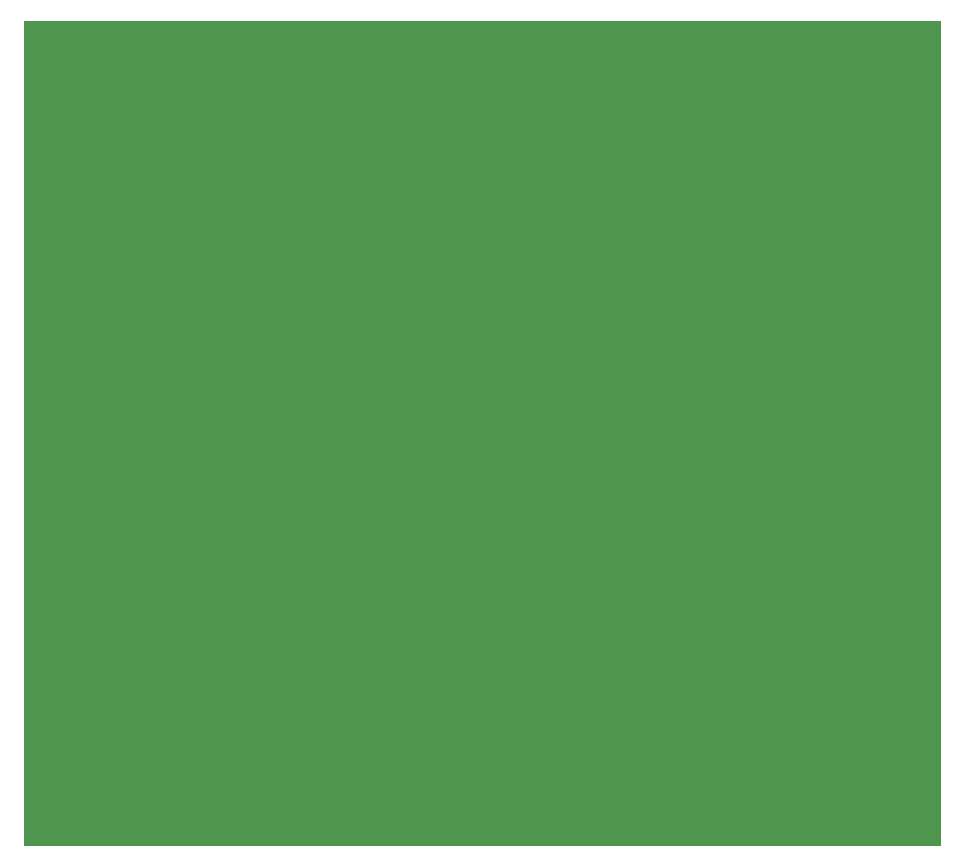
<source format=gts>
G04 #@! TF.GenerationSoftware,KiCad,Pcbnew,(7.0.0)*
G04 #@! TF.CreationDate,2023-04-09T22:54:19+02:00*
G04 #@! TF.ProjectId,kim-1-dual-6532-adapter,6b696d2d-312d-4647-9561-6c2d36353332,rev?*
G04 #@! TF.SameCoordinates,Original*
G04 #@! TF.FileFunction,Soldermask,Top*
G04 #@! TF.FilePolarity,Negative*
%FSLAX46Y46*%
G04 Gerber Fmt 4.6, Leading zero omitted, Abs format (unit mm)*
G04 Created by KiCad (PCBNEW (7.0.0)) date 2023-04-09 22:54:19*
%MOMM*%
%LPD*%
G01*
G04 APERTURE LIST*
%ADD10C,0.100000*%
%ADD11C,1.600000*%
%ADD12O,1.600000X1.600000*%
G04 APERTURE END LIST*
D10*
X31890000Y-47450000D02*
X109470000Y-47450000D01*
X109470000Y-47450000D02*
X109470000Y-117220000D01*
X109470000Y-117220000D02*
X31890000Y-117220000D01*
X31890000Y-117220000D02*
X31890000Y-47450000D01*
G36*
X31890000Y-47450000D02*
G01*
X109470000Y-47450000D01*
X109470000Y-117220000D01*
X31890000Y-117220000D01*
X31890000Y-47450000D01*
G37*
D11*
G04 #@! TO.C,C2*
X36620000Y-100330000D03*
X39120000Y-100330000D03*
G04 #@! TD*
D12*
G04 #@! TO.C,U2*
X57019999Y-92963999D03*
X59559999Y-92963999D03*
X62099999Y-92963999D03*
X64639999Y-92963999D03*
X67179999Y-92963999D03*
X69719999Y-92963999D03*
X72259999Y-92963999D03*
X74799999Y-92963999D03*
X77339999Y-92963999D03*
X79879999Y-92963999D03*
X82419999Y-92963999D03*
X84959999Y-92963999D03*
X87499999Y-92963999D03*
X90039999Y-92963999D03*
X92579999Y-92963999D03*
X95119999Y-92963999D03*
X97659999Y-92963999D03*
X100199999Y-92963999D03*
X102739999Y-92963999D03*
X105279999Y-92963999D03*
X105279999Y-77723999D03*
X102739999Y-77723999D03*
X100199999Y-77723999D03*
X97659999Y-77723999D03*
X95119999Y-77723999D03*
X92579999Y-77723999D03*
X90039999Y-77723999D03*
X87499999Y-77723999D03*
X84959999Y-77723999D03*
X82419999Y-77723999D03*
X79879999Y-77723999D03*
X77339999Y-77723999D03*
X74799999Y-77723999D03*
X72259999Y-77723999D03*
X69719999Y-77723999D03*
X67179999Y-77723999D03*
X64639999Y-77723999D03*
X62099999Y-77723999D03*
X59559999Y-77723999D03*
X57019999Y-77723999D03*
G04 #@! TD*
D11*
G04 #@! TO.C,C3*
X87122000Y-103370000D03*
X87122000Y-105870000D03*
G04 #@! TD*
D12*
G04 #@! TO.C,U1*
X50799999Y-92959999D03*
X50799999Y-90419999D03*
X50799999Y-87879999D03*
X50799999Y-85339999D03*
X50799999Y-82799999D03*
X50799999Y-80259999D03*
X50799999Y-77719999D03*
X50799999Y-75179999D03*
X50799999Y-72639999D03*
X50799999Y-70099999D03*
X50799999Y-67559999D03*
X50799999Y-65019999D03*
X50799999Y-62479999D03*
X50799999Y-59939999D03*
X35559999Y-59939999D03*
X35559999Y-62479999D03*
X35559999Y-65019999D03*
X35559999Y-67559999D03*
X35559999Y-70099999D03*
X35559999Y-72639999D03*
X35559999Y-75179999D03*
X35559999Y-77719999D03*
X35559999Y-80259999D03*
X35559999Y-82799999D03*
X35559999Y-85339999D03*
X35559999Y-87879999D03*
X35559999Y-90419999D03*
X35559999Y-92959999D03*
G04 #@! TD*
G04 #@! TO.C,U3*
X57019999Y-72897999D03*
X59559999Y-72897999D03*
X62099999Y-72897999D03*
X64639999Y-72897999D03*
X67179999Y-72897999D03*
X69719999Y-72897999D03*
X72259999Y-72897999D03*
X74799999Y-72897999D03*
X77339999Y-72897999D03*
X79879999Y-72897999D03*
X82419999Y-72897999D03*
X84959999Y-72897999D03*
X87499999Y-72897999D03*
X90039999Y-72897999D03*
X92579999Y-72897999D03*
X95119999Y-72897999D03*
X97659999Y-72897999D03*
X100199999Y-72897999D03*
X102739999Y-72897999D03*
X105279999Y-72897999D03*
X105279999Y-57657999D03*
X102739999Y-57657999D03*
X100199999Y-57657999D03*
X97659999Y-57657999D03*
X95119999Y-57657999D03*
X92579999Y-57657999D03*
X90039999Y-57657999D03*
X87499999Y-57657999D03*
X84959999Y-57657999D03*
X82419999Y-57657999D03*
X79879999Y-57657999D03*
X77339999Y-57657999D03*
X74799999Y-57657999D03*
X72259999Y-57657999D03*
X69719999Y-57657999D03*
X67179999Y-57657999D03*
X64639999Y-57657999D03*
X62099999Y-57657999D03*
X59559999Y-57657999D03*
X57019999Y-57657999D03*
G04 #@! TD*
G04 #@! TO.C,U6*
X36619999Y-110879999D03*
X39159999Y-110879999D03*
X41699999Y-110879999D03*
X44239999Y-110879999D03*
X46779999Y-110879999D03*
X49319999Y-110879999D03*
X51859999Y-110879999D03*
X51859999Y-103259999D03*
X49319999Y-103259999D03*
X46779999Y-103259999D03*
X44239999Y-103259999D03*
X41699999Y-103259999D03*
X39159999Y-103259999D03*
X36619999Y-103259999D03*
G04 #@! TD*
G04 #@! TO.C,U4*
X79879999Y-103259999D03*
X77339999Y-103259999D03*
X74799999Y-103259999D03*
X72259999Y-103259999D03*
X69719999Y-103259999D03*
X67179999Y-103259999D03*
X64639999Y-103259999D03*
X62099999Y-103259999D03*
X62099999Y-110879999D03*
X64639999Y-110879999D03*
X67179999Y-110879999D03*
X69719999Y-110879999D03*
X72259999Y-110879999D03*
X74799999Y-110879999D03*
X77339999Y-110879999D03*
X79879999Y-110879999D03*
G04 #@! TD*
G04 #@! TO.C,U5*
X90039999Y-110987999D03*
X92579999Y-110987999D03*
X95119999Y-110987999D03*
X97659999Y-110987999D03*
X100199999Y-110987999D03*
X102739999Y-110987999D03*
X105279999Y-110987999D03*
X105279999Y-103367999D03*
X102739999Y-103367999D03*
X100199999Y-103367999D03*
X97659999Y-103367999D03*
X95119999Y-103367999D03*
X92579999Y-103367999D03*
X90039999Y-103367999D03*
G04 #@! TD*
D11*
G04 #@! TO.C,C4*
X35580000Y-95890000D03*
X38080000Y-95890000D03*
G04 #@! TD*
G04 #@! TO.C,C1*
X82490000Y-110880000D03*
X84990000Y-110880000D03*
G04 #@! TD*
D12*
G04 #@! TO.C,J2_2*
X105279999Y-83909999D03*
X102739999Y-83909999D03*
X100199999Y-83909999D03*
X97659999Y-83909999D03*
X95119999Y-83909999D03*
X72259999Y-83909999D03*
X69719999Y-83909999D03*
X67179999Y-83909999D03*
X64639999Y-83909999D03*
X62099999Y-83909999D03*
X59559999Y-83909999D03*
X57019999Y-83909999D03*
G04 #@! TD*
G04 #@! TO.C,J3_2*
X105279999Y-50909999D03*
X102739999Y-50909999D03*
X100199999Y-50909999D03*
X97659999Y-50909999D03*
X95119999Y-50909999D03*
X92579999Y-50909999D03*
X90039999Y-50909999D03*
X87499999Y-50909999D03*
X84959999Y-50909999D03*
X82419999Y-50909999D03*
X79879999Y-50909999D03*
X77339999Y-50909999D03*
X74799999Y-50909999D03*
X72259999Y-50909999D03*
X69719999Y-50909999D03*
X67179999Y-50909999D03*
X64639999Y-50909999D03*
X62099999Y-50909999D03*
X59559999Y-50909999D03*
X57019999Y-50909999D03*
G04 #@! TD*
G04 #@! TO.C,J2_1*
X57019999Y-99149999D03*
X59559999Y-99149999D03*
X62099999Y-99149999D03*
X64639999Y-99149999D03*
X67179999Y-99149999D03*
X69719999Y-99149999D03*
X72259999Y-99149999D03*
X74799999Y-99149999D03*
X77339999Y-99149999D03*
X79879999Y-99149999D03*
X82419999Y-99149999D03*
X84959999Y-99149999D03*
X87499999Y-99149999D03*
X90039999Y-99149999D03*
X92579999Y-99149999D03*
X95119999Y-99149999D03*
X97659999Y-99149999D03*
X100199999Y-99149999D03*
X102739999Y-99149999D03*
X105279999Y-99149999D03*
G04 #@! TD*
G04 #@! TO.C,J3_1*
X57019999Y-66149999D03*
X59559999Y-66149999D03*
X64639999Y-66149999D03*
X97659999Y-66149999D03*
X102739999Y-66149999D03*
X105279999Y-66149999D03*
G04 #@! TD*
M02*

</source>
